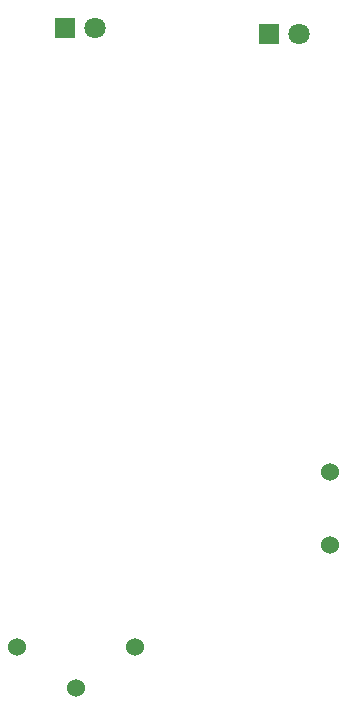
<source format=gbr>
%TF.GenerationSoftware,KiCad,Pcbnew,(5.1.9-0-10_14)*%
%TF.CreationDate,2021-10-18T11:04:09-07:00*%
%TF.ProjectId,ghost_pcb_2a,67686f73-745f-4706-9362-5f32612e6b69,rev?*%
%TF.SameCoordinates,Original*%
%TF.FileFunction,Copper,L1,Top*%
%TF.FilePolarity,Positive*%
%FSLAX46Y46*%
G04 Gerber Fmt 4.6, Leading zero omitted, Abs format (unit mm)*
G04 Created by KiCad (PCBNEW (5.1.9-0-10_14)) date 2021-10-18 11:04:09*
%MOMM*%
%LPD*%
G01*
G04 APERTURE LIST*
%TA.AperFunction,ComponentPad*%
%ADD10C,1.524000*%
%TD*%
%TA.AperFunction,ComponentPad*%
%ADD11C,1.800000*%
%TD*%
%TA.AperFunction,ComponentPad*%
%ADD12R,1.800000X1.800000*%
%TD*%
G04 APERTURE END LIST*
D10*
%TO.P,SW1,*%
%TO.N,*%
X157302200Y-110971800D03*
X157302200Y-117221800D03*
%TD*%
D11*
%TO.P,D2,2*%
%TO.N,Net-(D2-Pad2)*%
X137414000Y-73406000D03*
D12*
%TO.P,D2,1*%
%TO.N,GND*%
X134874000Y-73406000D03*
%TD*%
%TO.P,D1,1*%
%TO.N,GND*%
X152146000Y-73914000D03*
D11*
%TO.P,D1,2*%
%TO.N,Net-(D1-Pad2)*%
X154686000Y-73914000D03*
%TD*%
D10*
%TO.P,BAT1,POS2*%
%TO.N,+BATT*%
X140860800Y-125831600D03*
%TO.P,BAT1,NEG*%
%TO.N,GND*%
X135860800Y-129301601D03*
%TO.P,BAT1,POS1*%
%TO.N,+BATT*%
X130860800Y-125831600D03*
%TD*%
M02*

</source>
